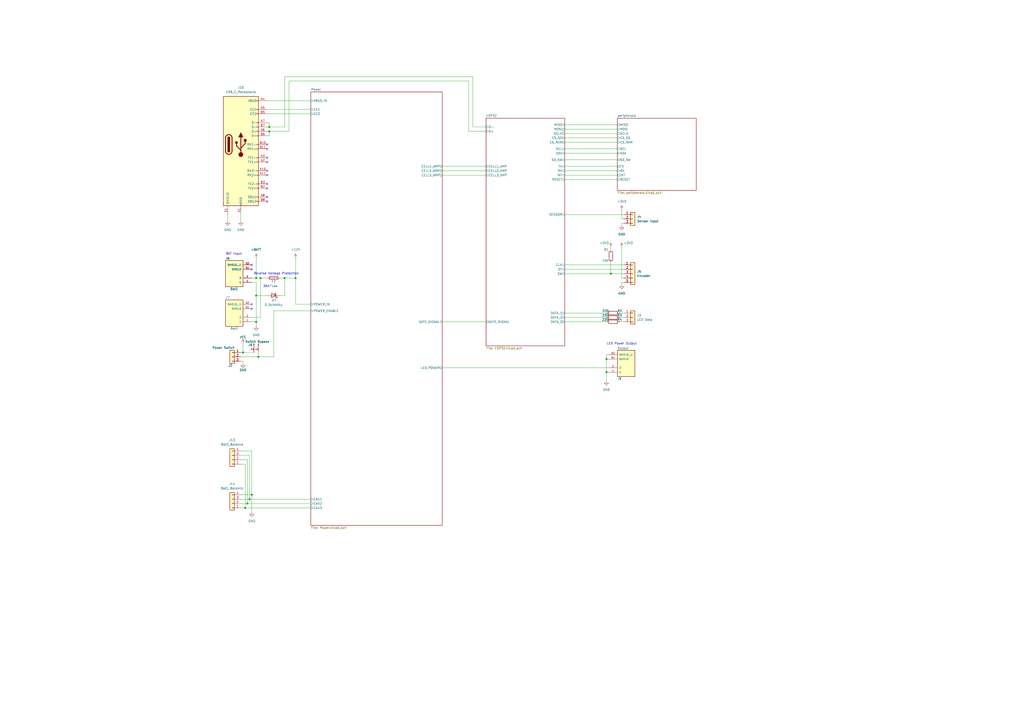
<source format=kicad_sch>
(kicad_sch (version 20231120) (generator "eeschema") (generator_version "8.0")
  (paper "A2")
  (lib_symbols
    (symbol "Connector:Conn_01x02_Pin" (pin_names (offset 1.016) hide)
      (property "Reference" "J" (at 0 2.54 0))
      (property "Value" "Conn_01x02_Pin" (at 0 -5.08 0))
      (symbol "Conn_01x02_Pin_1_1"
        (polyline (pts (xy 1.27 -2.54) (xy 0.8636 -2.54)) (stroke (width 0.1524)))
        (polyline (pts (xy 1.27 0) (xy 0.8636 0)) (stroke (width 0.1524)))
        (rectangle (start 0.8636 -2.413) (end 0 -2.667) (stroke (width 0.1524)) (fill (type outline)))
        (rectangle (start 0.8636 0.127) (end 0 -0.127) (stroke (width 0.1524)) (fill (type outline)))
        (pin passive line (at 5.08 0 180) (length 3.81) (name "Pin_1") (number "1"))
        (pin passive line (at 5.08 -2.54 180) (length 3.81) (name "Pin_2") (number "2"))
      )
    )
    (symbol "Connector:USB_C_Receptacle" (pin_names (offset 1.016))
      (property "Reference" "J" (at -10.16 29.21 0))
      (property "Value" "USB_C_Receptacle" (at 10.16 29.21 0))
      (symbol "USB_C_Receptacle_0_0"
        (rectangle (start -0.254 -35.56) (end 0.254 -34.544))
        (rectangle (start 10.16 -32.766) (end 9.144 -33.274))
        (rectangle (start 10.16 -30.226) (end 9.144 -30.734))
        (rectangle (start 10.16 -25.146) (end 9.144 -25.654))
        (rectangle (start 10.16 -22.606) (end 9.144 -23.114))
        (rectangle (start 10.16 -17.526) (end 9.144 -18.034))
        (rectangle (start 10.16 -14.986) (end 9.144 -15.494))
        (rectangle (start 10.16 -9.906) (end 9.144 -10.414))
        (rectangle (start 10.16 -7.366) (end 9.144 -7.874))
        (rectangle (start 10.16 -2.286) (end 9.144 -2.794))
        (rectangle (start 10.16 0.254) (end 9.144 -0.254))
        (rectangle (start 10.16 5.334) (end 9.144 4.826))
        (rectangle (start 10.16 7.874) (end 9.144 7.366))
        (rectangle (start 10.16 10.414) (end 9.144 9.906))
        (rectangle (start 10.16 12.954) (end 9.144 12.446))
        (rectangle (start 10.16 18.034) (end 9.144 17.526))
        (rectangle (start 10.16 20.574) (end 9.144 20.066))
        (rectangle (start 10.16 25.654) (end 9.144 25.146))
      )
      (symbol "USB_C_Receptacle_0_1"
        (rectangle (start -10.16 27.94) (end 10.16 -35.56) (stroke (width 0.254)) (fill (type background)))
        (arc (start -8.89 -3.81) (mid -6.985 -5.7067) (end -5.08 -3.81) (stroke (width 0.508)))
        (arc (start -7.62 -3.81) (mid -6.985 -4.4423) (end -6.35 -3.81) (stroke (width 0.254)))
        (arc (start -7.62 -3.81) (mid -6.985 -4.4423) (end -6.35 -3.81) (stroke (width 0.254)) (fill (type outline)))
        (rectangle (start -7.62 -3.81) (end -6.35 3.81) (stroke (width 0.254)) (fill (type outline)))
        (arc (start -6.35 3.81) (mid -6.985 4.4423) (end -7.62 3.81) (stroke (width 0.254)))
        (arc (start -6.35 3.81) (mid -6.985 4.4423) (end -7.62 3.81) (stroke (width 0.254)) (fill (type outline)))
        (arc (start -5.08 3.81) (mid -6.985 5.7067) (end -8.89 3.81) (stroke (width 0.508)))
        (polyline (pts (xy -8.89 -3.81) (xy -8.89 3.81)) (stroke (width 0.508)))
        (polyline (pts (xy -5.08 3.81) (xy -5.08 -3.81)) (stroke (width 0.508)))
      )
      (symbol "USB_C_Receptacle_1_1"
        (circle (center -2.54 1.143) (radius 0.635) (stroke (width 0.254)) (fill (type outline)))
        (circle (center 0 -5.842) (radius 1.27) (fill (type outline)))
        (polyline (pts (xy 0 -5.842) (xy 0 4.318)) (stroke (width 0.508)))
        (polyline (pts (xy 0 -3.302) (xy -2.54 -0.762) (xy -2.54 0.508)) (stroke (width 0.508)))
        (polyline (pts (xy 0 -2.032) (xy 2.54 0.508) (xy 2.54 1.778)) (stroke (width 0.508)))
        (polyline (pts (xy -1.27 4.318) (xy 0 6.858) (xy 1.27 4.318) (xy -1.27 4.318)) (stroke (width 0.254)) (fill (type outline)))
        (rectangle (start 1.905 1.778) (end 3.175 3.048) (stroke (width 0.254)) (fill (type outline)))
        (pin passive line (at 0 -40.64 90) (length 5.08) (name "GND") (number "A1"))
        (pin bidirectional line (at 15.24 -15.24 180) (length 5.08) (name "RX2-") (number "A10"))
        (pin bidirectional line (at 15.24 -17.78 180) (length 5.08) (name "RX2+") (number "A11"))
        (pin passive line (at 0 -40.64 90) (length 5.08) hide (name "GND") (number "A12"))
        (pin bidirectional line (at 15.24 -10.16 180) (length 5.08) (name "TX1+") (number "A2"))
        (pin bidirectional line (at 15.24 -7.62 180) (length 5.08) (name "TX1-") (number "A3"))
        (pin passive line (at 15.24 25.4 180) (length 5.08) (name "VBUS") (number "A4"))
        (pin bidirectional line (at 15.24 20.32 180) (length 5.08) (name "CC1") (number "A5"))
        (pin bidirectional line (at 15.24 7.62 180) (length 5.08) (name "D+") (number "A6"))
        (pin bidirectional line (at 15.24 12.7 180) (length 5.08) (name "D-") (number "A7"))
        (pin bidirectional line (at 15.24 -30.48 180) (length 5.08) (name "SBU1") (number "A8"))
        (pin passive line (at 15.24 25.4 180) (length 5.08) hide (name "VBUS") (number "A9"))
        (pin passive line (at 0 -40.64 90) (length 5.08) hide (name "GND") (number "B1"))
        (pin bidirectional line (at 15.24 0 180) (length 5.08) (name "RX1-") (number "B10"))
        (pin bidirectional line (at 15.24 -2.54 180) (length 5.08) (name "RX1+") (number "B11"))
        (pin passive line (at 0 -40.64 90) (length 5.08) hide (name "GND") (number "B12"))
        (pin bidirectional line (at 15.24 -25.4 180) (length 5.08) (name "TX2+") (number "B2"))
        (pin bidirectional line (at 15.24 -22.86 180) (length 5.08) (name "TX2-") (number "B3"))
        (pin passive line (at 15.24 25.4 180) (length 5.08) hide (name "VBUS") (number "B4"))
        (pin bidirectional line (at 15.24 17.78 180) (length 5.08) (name "CC2") (number "B5"))
        (pin bidirectional line (at 15.24 5.08 180) (length 5.08) (name "D+") (number "B6"))
        (pin bidirectional line (at 15.24 10.16 180) (length 5.08) (name "D-") (number "B7"))
        (pin bidirectional line (at 15.24 -33.02 180) (length 5.08) (name "SBU2") (number "B8"))
        (pin passive line (at 15.24 25.4 180) (length 5.08) hide (name "VBUS") (number "B9"))
        (pin passive line (at -7.62 -40.64 90) (length 5.08) (name "SHIELD") (number "S1"))
      )
    )
    (symbol "Connector_Generic:Conn_01x03" (pin_names (offset 1.016) hide)
      (property "Reference" "J" (at 0 5.08 0))
      (property "Value" "Conn_01x03" (at 0 -5.08 0))
      (symbol "Conn_01x03_1_1"
        (rectangle (start -1.27 -2.413) (end 0 -2.667) (stroke (width 0.1524)))
        (rectangle (start -1.27 0.127) (end 0 -0.127) (stroke (width 0.1524)))
        (rectangle (start -1.27 2.667) (end 0 2.413) (stroke (width 0.1524)))
        (rectangle (start -1.27 3.81) (end 1.27 -3.81) (stroke (width 0.254)) (fill (type background)))
        (pin passive line (at -5.08 2.54 0) (length 3.81) (name "Pin_1") (number "1"))
        (pin passive line (at -5.08 0 0) (length 3.81) (name "Pin_2") (number "2"))
        (pin passive line (at -5.08 -2.54 0) (length 3.81) (name "Pin_3") (number "3"))
      )
    )
    (symbol "Connector_Generic:Conn_01x04" (pin_names (offset 1.016) hide)
      (property "Reference" "J" (at 0 5.08 0))
      (property "Value" "Conn_01x04" (at 0 -7.62 0))
      (symbol "Conn_01x04_1_1"
        (rectangle (start -1.27 -4.953) (end 0 -5.207) (stroke (width 0.1524)))
        (rectangle (start -1.27 -2.413) (end 0 -2.667) (stroke (width 0.1524)))
        (rectangle (start -1.27 0.127) (end 0 -0.127) (stroke (width 0.1524)))
        (rectangle (start -1.27 2.667) (end 0 2.413) (stroke (width 0.1524)))
        (rectangle (start -1.27 3.81) (end 1.27 -6.35) (stroke (width 0.254)) (fill (type background)))
        (pin passive line (at -5.08 2.54 0) (length 3.81) (name "Pin_1") (number "1"))
        (pin passive line (at -5.08 0 0) (length 3.81) (name "Pin_2") (number "2"))
        (pin passive line (at -5.08 -2.54 0) (length 3.81) (name "Pin_3") (number "3"))
        (pin passive line (at -5.08 -5.08 0) (length 3.81) (name "Pin_4") (number "4"))
      )
    )
    (symbol "Connector_Generic:Conn_01x05" (pin_names (offset 1.016) hide)
      (property "Reference" "J" (at 0 7.62 0))
      (property "Value" "Conn_01x05" (at 0 -7.62 0))
      (symbol "Conn_01x05_1_1"
        (rectangle (start -1.27 -4.953) (end 0 -5.207) (stroke (width 0.1524)))
        (rectangle (start -1.27 -2.413) (end 0 -2.667) (stroke (width 0.1524)))
        (rectangle (start -1.27 0.127) (end 0 -0.127) (stroke (width 0.1524)))
        (rectangle (start -1.27 2.667) (end 0 2.413) (stroke (width 0.1524)))
        (rectangle (start -1.27 5.207) (end 0 4.953) (stroke (width 0.1524)))
        (rectangle (start -1.27 6.35) (end 1.27 -6.35) (stroke (width 0.254)) (fill (type background)))
        (pin passive line (at -5.08 5.08 0) (length 3.81) (name "Pin_1") (number "1"))
        (pin passive line (at -5.08 2.54 0) (length 3.81) (name "Pin_2") (number "2"))
        (pin passive line (at -5.08 0 0) (length 3.81) (name "Pin_3") (number "3"))
        (pin passive line (at -5.08 -2.54 0) (length 3.81) (name "Pin_4") (number "4"))
        (pin passive line (at -5.08 -5.08 0) (length 3.81) (name "Pin_5") (number "5"))
      )
    )
    (symbol "D_Schottky_1" (pin_numbers hide) (pin_names (offset 1.016) hide)
      (property "Reference" "D13" (at -0.3175 -6.35 0))
      (property "Value" "D_Schottky" (at 0 -3.81 0))
      (symbol "D_Schottky_1_0_1"
        (polyline (pts (xy 1.27 0) (xy -1.27 0)))
        (polyline (pts (xy 1.27 1.27) (xy 1.27 -1.27) (xy -1.27 0) (xy 1.27 1.27)) (stroke (width 0.254)))
        (polyline (pts (xy -1.905 0.635) (xy -1.905 1.27) (xy -1.27 1.27) (xy -1.27 -1.27) (xy -0.635 -1.27) (xy -0.635 -0.635)) (stroke (width 0.254)))
      )
      (symbol "D_Schottky_1_1_1"
        (pin passive line (at -3.81 0 0) (length 2.54) (name "K") (number "2"))
        (pin passive line (at 3.81 0 180) (length 2.54) (name "A") (number "3"))
      )
    )
    (symbol "Device:Fuse" (pin_numbers hide) (pin_names (offset 0))
      (property "Reference" "F" (at 2.032 0 90))
      (property "Value" "Fuse" (at -1.905 0 90))
      (symbol "Fuse_0_1"
        (rectangle (start -0.762 -2.54) (end 0.762 2.54) (stroke (width 0.254)))
        (polyline (pts (xy 0 2.54) (xy 0 -2.54)))
      )
      (symbol "Fuse_1_1"
        (pin passive line (at 0 3.81 270) (length 1.27) (name "~") (number "1"))
        (pin passive line (at 0 -3.81 90) (length 1.27) (name "~") (number "2"))
      )
    )
    (symbol "Device:R" (pin_numbers hide) (pin_names (offset 0))
      (property "Reference" "R" (at 2.032 0 90))
      (property "Value" "R" (at 0 0 90))
      (symbol "R_0_1"
        (rectangle (start -1.016 -2.54) (end 1.016 2.54) (stroke (width 0.254)))
      )
      (symbol "R_1_1"
        (pin passive line (at 0 3.81 270) (length 1.27) (name "~") (number "1"))
        (pin passive line (at 0 -3.81 90) (length 1.27) (name "~") (number "2"))
      )
    )
    (symbol "XT60PW-F:XT60PW-F" (pin_names (offset 1.016))
      (property "Reference" "J" (at -5.08 6.35 0))
      (property "Value" "XT60PW-F" (at -5.08 -11.43 0))
      (symbol "XT60PW-F_0_0"
        (rectangle (start -5.08 -10.16) (end 5.08 5.08) (stroke (width 0.254)) (fill (type background)))
        (pin passive line (at -10.16 2.54 0) (length 5.08) (name "1") (number "1"))
        (pin passive line (at -10.16 0 0) (length 5.08) (name "2") (number "2"))
        (pin passive line (at -10.16 -5.08 0) (length 5.08) (name "SHIELD") (number "S1"))
        (pin passive line (at -10.16 -7.62 0) (length 5.08) (name "SHIELD__1") (number "S2"))
      )
    )
    (symbol "XT60PW-M:XT60PW-M" (pin_names (offset 1.016))
      (property "Reference" "J" (at -2.54 -7.62 0))
      (property "Value" "XT60PW-M" (at -2.54 -5.08 0))
      (symbol "XT60PW-M_0_0"
        (rectangle (start -2.54 -24.13) (end 7.62 -8.89) (stroke (width 0.254)) (fill (type background)))
        (pin passive line (at -7.62 -11.43 0) (length 5.08) (name "1") (number "1"))
        (pin passive line (at -7.62 -13.97 0) (length 5.08) (name "2") (number "2"))
        (pin passive line (at -7.62 -19.05 0) (length 5.08) (name "SHIELD") (number "S1"))
        (pin passive line (at -7.62 -21.59 0) (length 5.08) (name "SHIELD__1") (number "S2"))
      )
    )
    (symbol "power:+3V3" (power) (pin_names (offset 0))
      (property "Value" "+3V3" (at 0 3.556 0))
      (symbol "+3V3_0_1"
        (polyline (pts (xy -0.762 1.27) (xy 0 2.54)))
        (polyline (pts (xy 0 0) (xy 0 2.54)))
        (polyline (pts (xy 0 2.54) (xy 0.762 1.27)))
      )
      (symbol "+3V3_1_1"
        (pin power_in line (at 0 0 90) (length 0) hide (name "+3V3") (number "1"))
      )
    )
    (symbol "power:+BATT" (power) (pin_names (offset 0))
      (property "Value" "+BATT" (at 0 3.556 0))
      (symbol "+BATT_0_1"
        (polyline (pts (xy -0.762 1.27) (xy 0 2.54)))
        (polyline (pts (xy 0 0) (xy 0 2.54)))
        (polyline (pts (xy 0 2.54) (xy 0.762 1.27)))
      )
      (symbol "+BATT_1_1"
        (pin power_in line (at 0 0 90) (length 0) hide (name "+BATT") (number "1"))
      )
    )
    (symbol "power:GND" (power) (pin_names (offset 0))
      (property "Value" "GND" (at 0 -3.81 0))
      (symbol "GND_0_1"
        (polyline (pts (xy 0 0) (xy 0 -1.27) (xy 1.27 -1.27) (xy 0 -2.54) (xy -1.27 -1.27) (xy 0 -1.27)))
      )
      (symbol "GND_1_1"
        (pin power_in line (at 0 0 270) (length 0) hide (name "GND") (number "1"))
      )
    )
    (symbol "power:VCC" (power) (pin_names (offset 0))
      (property "Value" "VCC" (at 0 3.81 0))
      (symbol "VCC_0_1"
        (polyline (pts (xy -0.762 1.27) (xy 0 2.54)))
        (polyline (pts (xy 0 0) (xy 0 2.54)))
        (polyline (pts (xy 0 2.54) (xy 0.762 1.27)))
      )
      (symbol "VCC_1_1"
        (pin power_in line (at 0 0 90) (length 0) hide (name "VCC") (number "1"))
      )
    )
  )
  (junction (at 156.21 73.66))
  (junction (at 140.97 204.47))
  (junction (at 144.78 289.56))
  (junction (at 146.05 287.02))
  (junction (at 148.59 171.45))
  (junction (at 156.21 76.2))
  (junction (at 165.1 161.29))
  (junction (at 351.79 215.9))
  (junction (at 351.79 208.28))
  (junction (at 148.59 186.69))
  (junction (at 148.59 161.29))
  (junction (at 354.33 158.75))
  (junction (at 151.13 161.29))
  (junction (at 171.45 161.29))
  (junction (at 143.51 292.1))
  (junction (at 149.86 207.01))
  (junction (at 142.24 294.64))
  (no_connect (at 154.94 116.84))
  (no_connect (at 154.94 91.44))
  (no_connect (at 154.94 86.36))
  (no_connect (at 154.94 99.06))
  (no_connect (at 154.94 109.22))
  (no_connect (at 146.05 176.53))
  (no_connect (at 154.94 93.98))
  (no_connect (at 154.94 106.68))
  (no_connect (at 146.05 153.67))
  (no_connect (at 146.05 179.07))
  (no_connect (at 154.94 101.6))
  (no_connect (at 146.05 156.21))
  (no_connect (at 154.94 83.82))
  (no_connect (at 154.94 114.3))
  (wire (pts (xy 360.68 127) (xy 361.95 127)))
  (wire (pts (xy 139.7 204.47) (xy 140.97 204.47)))
  (wire (pts (xy 274.32 73.66) (xy 281.94 73.66)))
  (wire (pts (xy 171.45 176.53) (xy 180.34 176.53)))
  (wire (pts (xy 327.66 186.69) (xy 351.79 186.69)))
  (wire (pts (xy 143.51 266.7) (xy 143.51 292.1)))
  (wire (pts (xy 359.41 184.15) (xy 361.95 184.15)))
  (wire (pts (xy 256.54 101.6) (xy 281.94 101.6)))
  (wire (pts (xy 327.66 88.9) (xy 358.14 88.9)))
  (wire (pts (xy 351.79 208.28) (xy 351.79 215.9)))
  (wire (pts (xy 327.66 96.52) (xy 358.14 96.52)))
  (wire (pts (xy 360.68 165.1) (xy 360.68 163.83)))
  (wire (pts (xy 327.66 184.15) (xy 351.79 184.15)))
  (wire (pts (xy 148.59 186.69) (xy 148.59 189.23)))
  (wire (pts (xy 327.66 104.14) (xy 358.14 104.14)))
  (wire (pts (xy 361.95 158.75) (xy 354.33 158.75)))
  (wire (pts (xy 139.7 287.02) (xy 146.05 287.02)))
  (wire (pts (xy 139.7 266.7) (xy 143.51 266.7)))
  (wire (pts (xy 360.68 121.92) (xy 360.68 127)))
  (wire (pts (xy 327.66 124.46) (xy 361.95 124.46)))
  (wire (pts (xy 149.86 207.01) (xy 158.75 207.01)))
  (wire (pts (xy 154.94 76.2) (xy 156.21 76.2)))
  (wire (pts (xy 143.51 292.1) (xy 180.34 292.1)))
  (wire (pts (xy 154.94 71.12) (xy 156.21 71.12)))
  (wire (pts (xy 360.68 130.81) (xy 360.68 129.54)))
  (wire (pts (xy 148.59 161.29) (xy 151.13 161.29)))
  (wire (pts (xy 327.66 77.47) (xy 358.14 77.47)))
  (wire (pts (xy 158.75 180.34) (xy 180.34 180.34)))
  (wire (pts (xy 139.7 207.01) (xy 149.86 207.01)))
  (wire (pts (xy 151.13 161.29) (xy 151.13 184.15)))
  (wire (pts (xy 139.7 292.1) (xy 143.51 292.1)))
  (wire (pts (xy 354.33 152.4) (xy 354.33 158.75)))
  (wire (pts (xy 146.05 186.69) (xy 148.59 186.69)))
  (wire (pts (xy 353.06 205.74) (xy 351.79 205.74)))
  (wire (pts (xy 271.78 76.2) (xy 281.94 76.2)))
  (wire (pts (xy 148.59 171.45) (xy 154.94 171.45)))
  (wire (pts (xy 142.24 269.24) (xy 142.24 294.64)))
  (wire (pts (xy 351.79 215.9) (xy 351.79 220.98)))
  (wire (pts (xy 359.41 181.61) (xy 361.95 181.61)))
  (wire (pts (xy 148.59 149.86) (xy 148.59 161.29)))
  (wire (pts (xy 154.94 63.5) (xy 180.34 63.5)))
  (wire (pts (xy 327.66 82.55) (xy 358.14 82.55)))
  (wire (pts (xy 360.68 143.51) (xy 360.68 161.29)))
  (wire (pts (xy 154.94 58.42) (xy 180.34 58.42)))
  (wire (pts (xy 139.7 289.56) (xy 144.78 289.56)))
  (wire (pts (xy 165.1 44.45) (xy 274.32 44.45)))
  (wire (pts (xy 144.78 289.56) (xy 180.34 289.56)))
  (wire (pts (xy 256.54 96.52) (xy 281.94 96.52)))
  (wire (pts (xy 144.78 264.16) (xy 144.78 289.56)))
  (wire (pts (xy 139.7 264.16) (xy 144.78 264.16)))
  (wire (pts (xy 158.75 207.01) (xy 158.75 180.34)))
  (wire (pts (xy 271.78 46.99) (xy 271.78 76.2)))
  (wire (pts (xy 327.66 72.39) (xy 358.14 72.39)))
  (wire (pts (xy 156.21 78.74) (xy 156.21 76.2)))
  (wire (pts (xy 148.59 163.83) (xy 148.59 171.45)))
  (wire (pts (xy 165.1 161.29) (xy 165.1 171.45)))
  (wire (pts (xy 140.97 204.47) (xy 147.32 204.47)))
  (wire (pts (xy 154.94 78.74) (xy 156.21 78.74)))
  (wire (pts (xy 142.24 294.64) (xy 139.7 294.64)))
  (wire (pts (xy 146.05 261.62) (xy 146.05 287.02)))
  (wire (pts (xy 167.64 46.99) (xy 271.78 46.99)))
  (wire (pts (xy 327.66 156.21) (xy 361.95 156.21)))
  (wire (pts (xy 140.97 210.82) (xy 140.97 209.55)))
  (wire (pts (xy 165.1 161.29) (xy 171.45 161.29)))
  (wire (pts (xy 154.94 66.04) (xy 180.34 66.04)))
  (wire (pts (xy 327.66 101.6) (xy 358.14 101.6)))
  (wire (pts (xy 146.05 287.02) (xy 146.05 297.18)))
  (wire (pts (xy 146.05 161.29) (xy 148.59 161.29)))
  (wire (pts (xy 142.24 294.64) (xy 180.34 294.64)))
  (wire (pts (xy 327.66 181.61) (xy 351.79 181.61)))
  (wire (pts (xy 359.41 186.69) (xy 361.95 186.69)))
  (wire (pts (xy 354.33 143.51) (xy 354.33 144.78)))
  (wire (pts (xy 146.05 163.83) (xy 148.59 163.83)))
  (wire (pts (xy 148.59 171.45) (xy 148.59 186.69)))
  (wire (pts (xy 353.06 208.28) (xy 351.79 208.28)))
  (wire (pts (xy 360.68 163.83) (xy 361.95 163.83)))
  (wire (pts (xy 256.54 213.36) (xy 353.06 213.36)))
  (wire (pts (xy 327.66 86.36) (xy 358.14 86.36)))
  (wire (pts (xy 327.66 153.67) (xy 361.95 153.67)))
  (wire (pts (xy 154.94 73.66) (xy 156.21 73.66)))
  (wire (pts (xy 162.56 171.45) (xy 165.1 171.45)))
  (wire (pts (xy 132.08 124.46) (xy 132.08 128.27)))
  (wire (pts (xy 351.79 208.28) (xy 351.79 205.74)))
  (wire (pts (xy 151.13 161.29) (xy 154.94 161.29)))
  (wire (pts (xy 171.45 161.29) (xy 171.45 176.53)))
  (wire (pts (xy 274.32 44.45) (xy 274.32 73.66)))
  (wire (pts (xy 156.21 73.66) (xy 165.1 73.66)))
  (wire (pts (xy 360.68 161.29) (xy 361.95 161.29)))
  (wire (pts (xy 167.64 76.2) (xy 167.64 46.99)))
  (wire (pts (xy 327.66 158.75) (xy 354.33 158.75)))
  (wire (pts (xy 327.66 99.06) (xy 358.14 99.06)))
  (wire (pts (xy 149.86 204.47) (xy 149.86 207.01)))
  (wire (pts (xy 360.68 129.54) (xy 361.95 129.54)))
  (wire (pts (xy 140.97 204.47) (xy 140.97 199.39)))
  (wire (pts (xy 256.54 186.69) (xy 281.94 186.69)))
  (wire (pts (xy 156.21 71.12) (xy 156.21 73.66)))
  (wire (pts (xy 140.97 209.55) (xy 139.7 209.55)))
  (wire (pts (xy 256.54 99.06) (xy 281.94 99.06)))
  (wire (pts (xy 139.7 269.24) (xy 142.24 269.24)))
  (wire (pts (xy 139.7 124.46) (xy 139.7 128.27)))
  (wire (pts (xy 156.21 76.2) (xy 167.64 76.2)))
  (wire (pts (xy 162.56 161.29) (xy 165.1 161.29)))
  (wire (pts (xy 327.66 74.93) (xy 358.14 74.93)))
  (wire (pts (xy 327.66 80.01) (xy 358.14 80.01)))
  (wire (pts (xy 165.1 73.66) (xy 165.1 44.45)))
  (wire (pts (xy 146.05 184.15) (xy 151.13 184.15)))
  (wire (pts (xy 327.66 92.71) (xy 358.14 92.71)))
  (wire (pts (xy 171.45 149.86) (xy 171.45 161.29)))
  (wire (pts (xy 353.06 215.9) (xy 351.79 215.9)))
  (wire (pts (xy 139.7 261.62) (xy 146.05 261.62)))
  (text "35A" (at 154.432 166.116 0) (effects (font (size 1.27 1.27))))
  (text "Reverse Voltage Protection" (at 160.274 158.75 0) (effects (font (size 1.27 1.27))))
  (text "BAT Input\n" (at 135.636 147.32 0) (effects (font (size 1.27 1.27))))
  (text "LED Power Output" (at 360.68 199.39 0) (effects (font (size 1.27 1.27))))
  (symbol (lib_id "power:GND") (at 140.97 210.82 0) (mirror y) (unit 1)
    (property "Reference" "#PWR025" (effects (hide yes)))
    (property "Value" "GND" (at 140.97 214.63 0))
  )
  (symbol (lib_name "D_Schottky_1") (lib_id "Device:D_Schottky") (at 158.75 171.45 180) (unit 1)
    (property "Reference" "D7" (at 159.004 174.244 0))
    (property "Value" "D_Schottky" (at 158.6865 176.784 0))
    (property "Footprint" "Package_TO_SOT_SMD:TO-263-3_TabPin2" (effects (hide yes)))
  )
  (symbol (lib_id "power:GND") (at 360.68 165.1 0) (unit 1)
    (property "Reference" "#PWR032" (effects (hide yes)))
    (property "Value" "GND" (at 360.68 170.18 0))
  )
  (symbol (lib_id "Connector_Generic:Conn_01x03") (at 367.03 127 0) (unit 1)
    (property "Reference" "J4" (at 369.57 125.73 0) (effects (justify left)))
    (property "Value" "Sensor Input" (at 369.57 128.27 0) (effects (justify left)))
    (property "Footprint" "Connector_JST:JST_XA_B03B-XASK-1_1x03_P2.50mm_Vertical" (effects (hide yes)))
  )
  (symbol (lib_id "power:GND") (at 360.68 130.81 0) (unit 1)
    (property "Reference" "#PWR030" (effects (hide yes)))
    (property "Value" "GND" (at 360.68 135.89 0))
  )
  (symbol (lib_id "Connector_Generic:Conn_01x03") (at 134.62 207.01 0) (mirror y) (unit 1)
    (property "Reference" "J2" (at 132.334 212.09 0) (effects (justify right)))
    (property "Value" "Power Switch" (at 123.19 201.676 0) (effects (justify right)))
    (property "Footprint" "Connector_Molex:Molex_Nano-Fit_105309-xx03_1x03_P2.50mm_Vertical" (effects (hide yes)))
  )
  (symbol (lib_id "Connector_Generic:Conn_01x04") (at 134.62 292.1 180) (unit 1)
    (property "Reference" "J14" (at 134.62 280.67 0))
    (property "Value" "Bat1_Balance" (at 134.62 283.21 0))
    (property "Footprint" "Connector_JST:JST_XA_S04B-XASK-1N-BN_1x04_P2.50mm_Horizontal" (effects (hide yes)))
  )
  (symbol (lib_id "power:VCC") (at 140.97 199.39 0) (mirror y) (unit 1)
    (property "Reference" "#PWR033" (effects (hide yes)))
    (property "Value" "VCC" (at 140.97 195.58 0))
  )
  (symbol (lib_id "Connector_Generic:Conn_01x03") (at 367.03 184.15 0) (unit 1)
    (property "Reference" "J3" (at 369.57 182.88 0) (effects (justify left)))
    (property "Value" "LED Data" (at 369.57 185.42 0) (effects (justify left)))
    (property "Footprint" "Connector_JST:JST_XA_B03B-XASK-1_1x03_P2.50mm_Vertical" (effects (hide yes)))
  )
  (symbol (lib_id "power:+3V3") (at 360.68 143.51 0) (unit 1)
    (property "Reference" "#PWR031" (effects (hide yes)))
    (property "Value" "+3V3" (at 364.49 140.97 0))
  )
  (symbol (lib_id "power:GND") (at 139.7 128.27 0) (unit 1)
    (property "Reference" "#PWR044" (effects (hide yes)))
    (property "Value" "GND" (at 139.7 133.35 0))
  )
  (symbol (lib_id "Device:R") (at 355.6 181.61 270) (mirror x) (unit 1)
    (property "Reference" "R2" (at 358.14 180.34 90) (effects (justify left)))
    (property "Value" "220" (at 349.25 180.34 90) (effects (justify left)))
    (property "Footprint" "Resistor_SMD:R_0603_1608Metric_Pad0.98x0.95mm_HandSolder" (effects (hide yes)))
  )
  (symbol (lib_id "XT60PW-F:XT60PW-F") (at 135.89 184.15 180) (unit 1)
    (property "Reference" "J7" (at 132.08 172.72 0))
    (property "Value" "Bat2" (at 135.89 190.5 0))
    (property "Footprint" "Connector_AMASS:AMASS_XT60PW-M_1x02_P7.20mm_Horizontal" (effects (hide yes)))
    (property "PARTREV" "V1.2" (effects (hide yes)))
    (property "STANDARD" "Manufacturer Recommendations" (effects (hide yes)))
    (property "MAXIMUM_PACKAGE_HEIGHT" "8.4 mm" (effects (hide yes)))
    (property "MANUFACTURER" "AMASS" (effects (hide yes)))
  )
  (symbol (lib_id "Device:Fuse") (at 158.75 161.29 90) (unit 1)
    (property "Reference" "F2" (at 158.75 163.322 90))
    (property "Value" "Fuse" (at 158.75 165.862 90))
    (property "Footprint" "SF-3812F3500T-2:SF-3812F3500T-2" (effects (hide yes)))
  )
  (symbol (lib_id "XT60PW-M:XT60PW-M") (at 360.68 227.33 0) (mirror x) (unit 1)
    (property "Reference" "J8" (at 358.14 219.71 0) (effects (justify left)))
    (property "Value" "Output" (at 358.14 201.93 0) (effects (justify left)))
    (property "Footprint" "Connector_AMASS:AMASS_XT60PW-F_1x02_P7.20mm_Horizontal" (effects (hide yes)))
    (property "PARTREV" "V1.2" (effects (hide yes)))
    (property "MANUFACTURER" "AMASS" (effects (hide yes)))
    (property "MAXIMUM_PACKAGE_HEIGHT" "8.4 mm" (effects (hide yes)))
    (property "STANDARD" "Manufacturer recommendations" (effects (hide yes)))
  )
  (symbol (lib_id "power:GND") (at 351.79 220.98 0) (mirror y) (unit 1)
    (property "Reference" "#PWR041" (effects (hide yes)))
    (property "Value" "GND" (at 351.79 226.06 0))
  )
  (symbol (lib_id "power:+3V3") (at 360.68 121.92 0) (unit 1)
    (property "Reference" "#PWR029" (effects (hide yes)))
    (property "Value" "+3V3" (at 360.68 116.84 0))
  )
  (symbol (lib_id "XT60PW-F:XT60PW-F") (at 135.89 161.29 180) (unit 1)
    (property "Reference" "J6" (at 132.08 149.86 0))
    (property "Value" "Bat1" (at 135.89 167.64 0))
    (property "Footprint" "Connector_AMASS:AMASS_XT60PW-M_1x02_P7.20mm_Horizontal" (effects (hide yes)))
    (property "PARTREV" "V1.2" (effects (hide yes)))
    (property "STANDARD" "Manufacturer Recommendations" (effects (hide yes)))
    (property "MAXIMUM_PACKAGE_HEIGHT" "8.4 mm" (effects (hide yes)))
    (property "MANUFACTURER" "AMASS" (effects (hide yes)))
  )
  (symbol (lib_id "Connector_Generic:Conn_01x04") (at 134.62 266.7 180) (unit 1)
    (property "Reference" "J13" (at 134.62 255.27 0))
    (property "Value" "Bat2_Balance" (at 134.62 257.81 0))
    (property "Footprint" "Connector_JST:JST_XA_S04B-XASK-1N-BN_1x04_P2.50mm_Horizontal" (effects (hide yes)))
  )
  (symbol (lib_id "Device:R") (at 355.6 184.15 270) (mirror x) (unit 1)
    (property "Reference" "R3" (at 358.14 182.88 90) (effects (justify left)))
    (property "Value" "220" (at 349.25 182.88 90) (effects (justify left)))
    (property "Footprint" "Resistor_SMD:R_0603_1608Metric_Pad0.98x0.95mm_HandSolder" (effects (hide yes)))
  )
  (symbol (lib_id "Connector:USB_C_Receptacle") (at 139.7 83.82 0) (unit 1)
    (property "Reference" "J10" (at 139.7 50.8 0))
    (property "Value" "USB_C_Receptacle" (at 139.7 53.34 0))
    (property "Datasheet" "https://www.usb.org/sites/default/files/documents/usb_type-c.zip" (effects (hide yes)))
    (property "Description" "USB Full-Featured Type-C Receptacle connector" (effects (hide yes)))
  )
  (symbol (lib_id "power:GND") (at 132.08 128.27 0) (unit 1)
    (property "Reference" "#PWR043" (effects (hide yes)))
    (property "Value" "GND" (at 132.08 133.35 0))
  )
  (symbol (lib_id "Device:R") (at 355.6 186.69 270) (mirror x) (unit 1)
    (property "Reference" "R4" (at 358.14 185.42 90) (effects (justify left)))
    (property "Value" "220" (at 349.25 185.42 90) (effects (justify left)))
    (property "Footprint" "Resistor_SMD:R_0603_1608Metric_Pad0.98x0.95mm_HandSolder" (effects (hide yes)))
  )
  (symbol (lib_id "Connector_Generic:Conn_01x05") (at 367.03 158.75 0) (unit 1)
    (property "Reference" "J5" (at 369.57 157.48 0) (effects (justify left)))
    (property "Value" "Encoder" (at 369.57 160.02 0) (effects (justify left)))
    (property "Footprint" "Connector_JST:JST_XA_B05B-XASK-1_1x05_P2.50mm_Vertical" (effects (hide yes)))
  )
  (symbol (lib_id "Connector:Conn_01x02_Pin") (at 149.86 199.39 270) (unit 1)
    (property "Reference" "J9" (at 144.018 200.152 90) (effects (justify left)))
    (property "Value" "Switch Bypass" (at 142.24 198.12 90) (effects (justify left)))
    (property "Description" "Generic connector, single row, 01x02, script generated" (effects (hide yes)))
  )
  (symbol (lib_id "power:+BATT") (at 171.45 149.86 0) (unit 1)
    (property "Reference" "#PWR042" (effects (hide yes)))
    (property "Value" "+12V" (at 171.45 144.78 0))
  )
  (symbol (lib_id "power:GND") (at 146.05 297.18 0) (unit 1)
    (property "Reference" "#PWR040" (effects (hide yes)))
    (property "Value" "GND" (at 146.05 302.26 0))
  )
  (symbol (lib_id "Device:R") (at 354.33 148.59 0) (mirror y) (unit 1)
    (property "Reference" "R1" (at 353.06 144.78 0) (effects (justify left)))
    (property "Value" "10k" (at 353.06 151.13 0) (effects (justify left)))
    (property "Footprint" "Resistor_SMD:R_0603_1608Metric_Pad0.98x0.95mm_HandSolder" (effects (hide yes)))
  )
  (symbol (lib_id "power:+3V3") (at 354.33 143.51 0) (unit 1)
    (property "Reference" "#PWR026" (effects (hide yes)))
    (property "Value" "+3V3" (at 350.52 140.97 0))
  )
  (symbol (lib_id "power:+BATT") (at 148.59 149.86 0) (unit 1)
    (property "Reference" "#PWR027" (effects (hide yes)))
    (property "Value" "+BATT" (at 148.59 144.78 0))
  )
  (symbol (lib_id "power:GND") (at 148.59 189.23 0) (unit 1)
    (property "Reference" "#PWR028" (effects (hide yes)))
    (property "Value" "GND" (at 148.59 194.31 0))
  )
  (sheet (at 180.34 53.34) (size 76.2 251.46) (stroke (width 0.1524))
    (property "Sheetname" "Power" (at 180.34 52.6284 0) (effects (justify left bottom)))
    (property "Sheetfile" "Power.kicad_sch" (at 180.34 305.3846 0) (effects (justify left top)))
    (pin "POWER_IN" input (at 180.34 176.53 180))
    (pin "POWER_ENABLE" input (at 180.34 180.34 180))
    (pin "LED_POWER" output (at 256.54 213.36 0))
    (pin "CC2" input (at 180.34 66.04 180))
    (pin "CC1" input (at 180.34 63.5 180))
    (pin "VBUS_IN" input (at 180.34 58.42 180))
    (pin "Cell3" input (at 180.34 294.64 180))
    (pin "Cell1" input (at 180.34 289.56 180))
    (pin "Cell2" input (at 180.34 292.1 180))
    (pin "GATE_SIGNAL" input (at 256.54 186.69 0))
    (pin "CELL3_AMP" output (at 256.54 101.6 0))
    (pin "CELL2_AMP" output (at 256.54 99.06 0))
    (pin "CELL1_AMP" output (at 256.54 96.52 0))
  )
  (sheet (at 281.94 68.58) (size 45.72 132.08) (stroke (width 0.1524))
    (property "Sheetname" "ESP32" (at 281.94 67.8684 0) (effects (justify left bottom)))
    (property "Sheetfile" "ESP32.kicad_sch" (at 281.94 201.2446 0) (effects (justify left top)))
    (pin "CELL2_AMP" input (at 281.94 99.06 180))
    (pin "CELL3_AMP" input (at 281.94 101.6 180))
    (pin "DATA_1" output (at 327.66 181.61 0))
    (pin "MISO" input (at 327.66 72.39 0))
    (pin "SCLK" output (at 327.66 77.47 0))
    (pin "DATA_3" output (at 327.66 186.69 0))
    (pin "DATA_2" output (at 327.66 184.15 0))
    (pin "SCL" output (at 327.66 86.36 0))
    (pin "RESET" output (at 327.66 104.14 0))
    (pin "SDA" bidirectional (at 327.66 88.9 0))
    (pin "CELL1_AMP" input (at 281.94 96.52 180))
    (pin "SD_SW" input (at 327.66 92.71 0))
    (pin "CS_SD" output (at 327.66 80.01 0))
    (pin "GATE_SIGNAL" output (at 281.94 186.69 180))
    (pin "CS_RAM" output (at 327.66 82.55 0))
    (pin "MOSI" output (at 327.66 74.93 0))
    (pin "SW" input (at 327.66 158.75 0))
    (pin "DT" input (at 327.66 156.21 0))
    (pin "CLK" input (at 327.66 153.67 0))
    (pin "INT" input (at 327.66 101.6 0))
    (pin "SENSOR" input (at 327.66 124.46 0))
    (pin "TX" input (at 327.66 96.52 0))
    (pin "RX" input (at 327.66 99.06 0))
    (pin "D-" input (at 281.94 73.66 180))
    (pin "D+" input (at 281.94 76.2 180))
  )
  (sheet (at 358.14 68.58) (size 45.72 41.91) (stroke (width 0.1524))
    (property "Sheetname" "peripherals" (at 358.14 67.8684 0) (effects (justify left bottom)))
    (property "Sheetfile" "peripherals.kicad_sch" (at 358.14 111.0746 0) (effects (justify left top)))
    (pin "INT" output (at 358.14 101.6 180))
    (pin "SD_SW" output (at 358.14 92.71 180))
    (pin "SCLK" input (at 358.14 77.47 180))
    (pin "CS_SD" input (at 358.14 80.01 180))
    (pin "MOSI" input (at 358.14 74.93 180))
    (pin "MISO" output (at 358.14 72.39 180))
    (pin "TX" output (at 358.14 96.52 180))
    (pin "RX" input (at 358.14 99.06 180))
    (pin "SDA" bidirectional (at 358.14 88.9 180))
    (pin "SCL" input (at 358.14 86.36 180))
    (pin "RESET" input (at 358.14 104.14 180))
    (pin "CS_RAM" input (at 358.14 82.55 180))
  )
)
</source>
